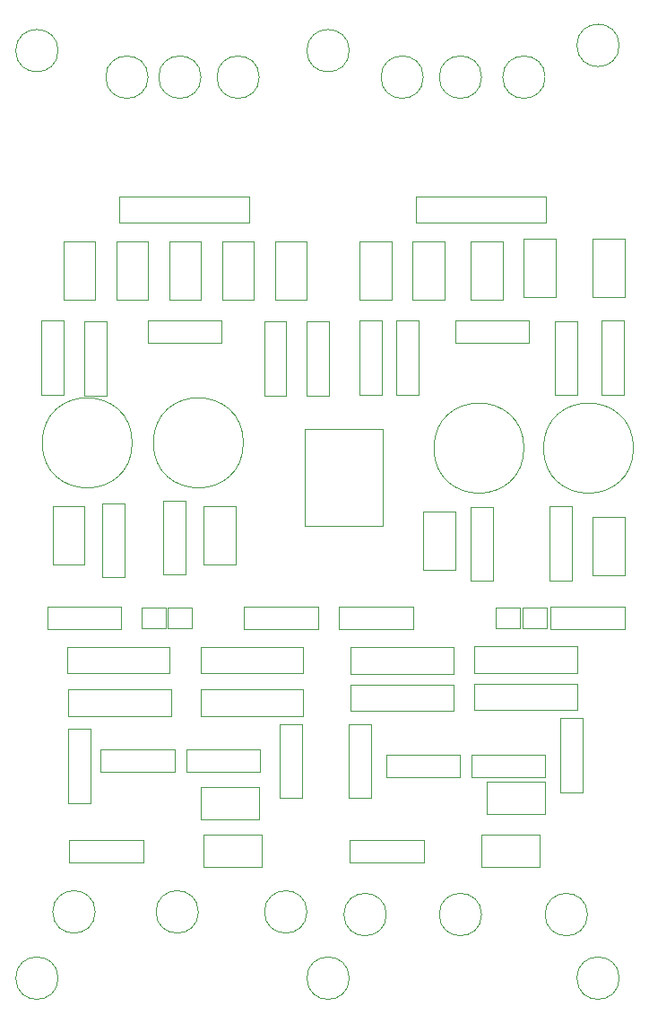
<source format=gbr>
%TF.GenerationSoftware,KiCad,Pcbnew,8.0.5-8.0.5-0~ubuntu24.04.1*%
%TF.CreationDate,2024-09-28T04:38:33+02:00*%
%TF.ProjectId,Highz-stereo,48696768-7a2d-4737-9465-72656f2e6b69,rev?*%
%TF.SameCoordinates,Original*%
%TF.FileFunction,Other,User*%
%FSLAX46Y46*%
G04 Gerber Fmt 4.6, Leading zero omitted, Abs format (unit mm)*
G04 Created by KiCad (PCBNEW 8.0.5-8.0.5-0~ubuntu24.04.1) date 2024-09-28 04:38:33*
%MOMM*%
%LPD*%
G01*
G04 APERTURE LIST*
%ADD10C,0.050000*%
G04 APERTURE END LIST*
D10*
%TO.C,J14*%
X54850000Y-90000000D02*
X54850000Y-92000000D01*
X54850000Y-92000000D02*
X57150000Y-92000000D01*
X57150000Y-90000000D02*
X54850000Y-90000000D01*
X57150000Y-92000000D02*
X57150000Y-90000000D01*
%TO.C,J13*%
X88350000Y-90000000D02*
X88350000Y-92000000D01*
X88350000Y-92000000D02*
X90650000Y-92000000D01*
X90650000Y-90000000D02*
X88350000Y-90000000D01*
X90650000Y-92000000D02*
X90650000Y-90000000D01*
%TO.C,C22*%
X84500000Y-111500000D02*
X84500000Y-114500000D01*
X84500000Y-114500000D02*
X90000000Y-114500000D01*
X90000000Y-111500000D02*
X84500000Y-111500000D01*
X90000000Y-114500000D02*
X90000000Y-111500000D01*
%TO.C,C21*%
X58250000Y-111500000D02*
X58250000Y-114500000D01*
X58250000Y-114500000D02*
X63750000Y-114500000D01*
X63750000Y-111500000D02*
X58250000Y-111500000D01*
X63750000Y-114500000D02*
X63750000Y-111500000D01*
%TO.C,R28*%
X72050000Y-111950000D02*
X72050000Y-114050000D01*
X72050000Y-114050000D02*
X79030000Y-114050000D01*
X79030000Y-111950000D02*
X72050000Y-111950000D01*
X79030000Y-114050000D02*
X79030000Y-111950000D01*
%TO.C,R27*%
X52530000Y-114050000D02*
X52530000Y-111950000D01*
X52530000Y-111950000D02*
X45550000Y-111950000D01*
X45550000Y-114050000D02*
X52530000Y-114050000D01*
X45550000Y-111950000D02*
X45550000Y-114050000D01*
%TO.C,R23*%
X66050000Y-63050000D02*
X63950000Y-63050000D01*
X63950000Y-63050000D02*
X63950000Y-70030000D01*
X66050000Y-70030000D02*
X66050000Y-63050000D01*
X63950000Y-70030000D02*
X66050000Y-70030000D01*
%TO.C,R1*%
X93550000Y-63010000D02*
X91450000Y-63010000D01*
X91450000Y-63010000D02*
X91450000Y-69990000D01*
X93550000Y-69990000D02*
X93550000Y-63010000D01*
X91450000Y-69990000D02*
X93550000Y-69990000D01*
%TO.C,D10*%
X50290000Y-51250000D02*
X50290000Y-53750000D01*
X50290000Y-53750000D02*
X62550000Y-53750000D01*
X62550000Y-51250000D02*
X50290000Y-51250000D01*
X62550000Y-53750000D02*
X62550000Y-51250000D01*
%TO.C,D1*%
X78290000Y-51250000D02*
X78290000Y-53750000D01*
X78290000Y-53750000D02*
X90550000Y-53750000D01*
X90550000Y-51250000D02*
X78290000Y-51250000D01*
X90550000Y-53750000D02*
X90550000Y-51250000D01*
%TO.C,C1*%
X60000000Y-55500000D02*
X60000000Y-61000000D01*
X60000000Y-61000000D02*
X63000000Y-61000000D01*
X63000000Y-55500000D02*
X60000000Y-55500000D01*
X63000000Y-61000000D02*
X63000000Y-55500000D01*
%TO.C,C2*%
X55000000Y-55500000D02*
X55000000Y-61000000D01*
X55000000Y-61000000D02*
X58000000Y-61000000D01*
X58000000Y-55500000D02*
X55000000Y-55500000D01*
X58000000Y-61000000D02*
X58000000Y-55500000D01*
%TO.C,C3*%
X50000000Y-55500000D02*
X50000000Y-61000000D01*
X50000000Y-61000000D02*
X53000000Y-61000000D01*
X53000000Y-55500000D02*
X50000000Y-55500000D01*
X53000000Y-61000000D02*
X53000000Y-55500000D01*
%TO.C,C4*%
X45000000Y-55500000D02*
X45000000Y-61000000D01*
X45000000Y-61000000D02*
X48000000Y-61000000D01*
X48000000Y-55500000D02*
X45000000Y-55500000D01*
X48000000Y-61000000D02*
X48000000Y-55500000D01*
%TO.C,C5*%
X65000000Y-55500000D02*
X65000000Y-61000000D01*
X65000000Y-61000000D02*
X68000000Y-61000000D01*
X68000000Y-55500000D02*
X65000000Y-55500000D01*
X68000000Y-61000000D02*
X68000000Y-55500000D01*
%TO.C,C8*%
X58000000Y-107000000D02*
X58000000Y-110000000D01*
X58000000Y-110000000D02*
X63500000Y-110000000D01*
X63500000Y-107000000D02*
X58000000Y-107000000D01*
X63500000Y-110000000D02*
X63500000Y-107000000D01*
%TO.C,D4*%
X45330000Y-93750000D02*
X45330000Y-96250000D01*
X45330000Y-96250000D02*
X55050000Y-96250000D01*
X55050000Y-93750000D02*
X45330000Y-93750000D01*
X55050000Y-96250000D02*
X55050000Y-93750000D01*
%TO.C,D5*%
X57950000Y-93750000D02*
X57950000Y-96250000D01*
X57950000Y-96250000D02*
X67670000Y-96250000D01*
X67670000Y-93750000D02*
X57950000Y-93750000D01*
X67670000Y-96250000D02*
X67670000Y-93750000D01*
%TO.C,J7*%
X44500000Y-125000000D02*
G75*
G02*
X40500000Y-125000000I-2000000J0D01*
G01*
X40500000Y-125000000D02*
G75*
G02*
X44500000Y-125000000I2000000J0D01*
G01*
%TO.C,J8*%
X72000000Y-37500000D02*
G75*
G02*
X68000000Y-37500000I-2000000J0D01*
G01*
X68000000Y-37500000D02*
G75*
G02*
X72000000Y-37500000I2000000J0D01*
G01*
%TO.C,J9*%
X44500000Y-37500000D02*
G75*
G02*
X40500000Y-37500000I-2000000J0D01*
G01*
X40500000Y-37500000D02*
G75*
G02*
X44500000Y-37500000I2000000J0D01*
G01*
%TO.C,J10*%
X72000000Y-125000000D02*
G75*
G02*
X68000000Y-125000000I-2000000J0D01*
G01*
X68000000Y-125000000D02*
G75*
G02*
X72000000Y-125000000I2000000J0D01*
G01*
%TO.C,R11*%
X48700000Y-80220000D02*
X48700000Y-87200000D01*
X48700000Y-87200000D02*
X50800000Y-87200000D01*
X50800000Y-80220000D02*
X48700000Y-80220000D01*
X50800000Y-87200000D02*
X50800000Y-80220000D01*
%TO.C,R5*%
X42950000Y-62970000D02*
X42950000Y-69950000D01*
X42950000Y-69950000D02*
X45050000Y-69950000D01*
X45050000Y-62970000D02*
X42950000Y-62970000D01*
X45050000Y-69950000D02*
X45050000Y-62970000D01*
%TO.C,R6*%
X52970000Y-62950000D02*
X52970000Y-65050000D01*
X52970000Y-65050000D02*
X59950000Y-65050000D01*
X59950000Y-62950000D02*
X52970000Y-62950000D01*
X59950000Y-65050000D02*
X59950000Y-62950000D01*
%TO.C,R7*%
X46950000Y-63050000D02*
X46950000Y-70030000D01*
X46950000Y-70030000D02*
X49050000Y-70030000D01*
X49050000Y-63050000D02*
X46950000Y-63050000D01*
X49050000Y-70030000D02*
X49050000Y-63050000D01*
%TO.C,R2*%
X48510000Y-103450000D02*
X48510000Y-105550000D01*
X48510000Y-105550000D02*
X55490000Y-105550000D01*
X55490000Y-103450000D02*
X48510000Y-103450000D01*
X55490000Y-105550000D02*
X55490000Y-103450000D01*
%TO.C,R4*%
X45450000Y-101510000D02*
X45450000Y-108490000D01*
X45450000Y-108490000D02*
X47550000Y-108490000D01*
X47550000Y-101510000D02*
X45450000Y-101510000D01*
X47550000Y-108490000D02*
X47550000Y-101510000D01*
%TO.C,R8*%
X67950000Y-63050000D02*
X67950000Y-70030000D01*
X67950000Y-70030000D02*
X70050000Y-70030000D01*
X70050000Y-63050000D02*
X67950000Y-63050000D01*
X70050000Y-70030000D02*
X70050000Y-63050000D01*
%TO.C,R9*%
X43470000Y-89950000D02*
X43470000Y-92050000D01*
X43470000Y-92050000D02*
X50450000Y-92050000D01*
X50450000Y-89950000D02*
X43470000Y-89950000D01*
X50450000Y-92050000D02*
X50450000Y-89950000D01*
%TO.C,R10*%
X56590000Y-103450000D02*
X56590000Y-105550000D01*
X56590000Y-105550000D02*
X63570000Y-105550000D01*
X63570000Y-103450000D02*
X56590000Y-103450000D01*
X63570000Y-105550000D02*
X63570000Y-103450000D01*
%TO.C,D2*%
X45450000Y-97750000D02*
X45450000Y-100250000D01*
X45450000Y-100250000D02*
X55170000Y-100250000D01*
X55170000Y-97750000D02*
X45450000Y-97750000D01*
X55170000Y-100250000D02*
X55170000Y-97750000D01*
%TO.C,D3*%
X57950000Y-97750000D02*
X57950000Y-100250000D01*
X57950000Y-100250000D02*
X67670000Y-100250000D01*
X67670000Y-97750000D02*
X57950000Y-97750000D01*
X67670000Y-100250000D02*
X67670000Y-97750000D01*
%TO.C,R3*%
X65450000Y-101010000D02*
X65450000Y-107990000D01*
X65450000Y-107990000D02*
X67550000Y-107990000D01*
X67550000Y-101010000D02*
X65450000Y-101010000D01*
X67550000Y-107990000D02*
X67550000Y-101010000D01*
%TO.C,R12*%
X62050000Y-89950000D02*
X62050000Y-92050000D01*
X62050000Y-92050000D02*
X69030000Y-92050000D01*
X69030000Y-89950000D02*
X62050000Y-89950000D01*
X69030000Y-92050000D02*
X69030000Y-89950000D01*
%TO.C,R13*%
X54450000Y-79970000D02*
X54450000Y-86950000D01*
X54450000Y-86950000D02*
X56550000Y-86950000D01*
X56550000Y-79970000D02*
X54450000Y-79970000D01*
X56550000Y-86950000D02*
X56550000Y-79970000D01*
%TO.C,C6*%
X44000000Y-80500000D02*
X44000000Y-86000000D01*
X44000000Y-86000000D02*
X47000000Y-86000000D01*
X47000000Y-80500000D02*
X44000000Y-80500000D01*
X47000000Y-86000000D02*
X47000000Y-80500000D01*
%TO.C,C9*%
X58250000Y-80500000D02*
X58250000Y-86000000D01*
X58250000Y-86000000D02*
X61250000Y-86000000D01*
X61250000Y-80500000D02*
X58250000Y-80500000D01*
X61250000Y-86000000D02*
X61250000Y-80500000D01*
%TO.C,C7*%
X51500000Y-74500000D02*
G75*
G02*
X43000000Y-74500000I-4250000J0D01*
G01*
X43000000Y-74500000D02*
G75*
G02*
X51500000Y-74500000I4250000J0D01*
G01*
%TO.C,C10*%
X62000000Y-74500000D02*
G75*
G02*
X53500000Y-74500000I-4250000J0D01*
G01*
X53500000Y-74500000D02*
G75*
G02*
X62000000Y-74500000I4250000J0D01*
G01*
%TO.C,J2*%
X68000000Y-118750000D02*
G75*
G02*
X64000000Y-118750000I-2000000J0D01*
G01*
X64000000Y-118750000D02*
G75*
G02*
X68000000Y-118750000I2000000J0D01*
G01*
%TO.C,J3*%
X52350000Y-90000000D02*
X52350000Y-92000000D01*
X52350000Y-92000000D02*
X54650000Y-92000000D01*
X54650000Y-90000000D02*
X52350000Y-90000000D01*
X54650000Y-92000000D02*
X54650000Y-90000000D01*
%TO.C,J4*%
X57750000Y-118750000D02*
G75*
G02*
X53750000Y-118750000I-2000000J0D01*
G01*
X53750000Y-118750000D02*
G75*
G02*
X57750000Y-118750000I2000000J0D01*
G01*
%TO.C,J5*%
X48000000Y-118750000D02*
G75*
G02*
X44000000Y-118750000I-2000000J0D01*
G01*
X44000000Y-118750000D02*
G75*
G02*
X48000000Y-118750000I2000000J0D01*
G01*
%TO.C,J6*%
X85850000Y-90000000D02*
X85850000Y-92000000D01*
X85850000Y-92000000D02*
X88150000Y-92000000D01*
X88150000Y-90000000D02*
X85850000Y-90000000D01*
X88150000Y-92000000D02*
X88150000Y-90000000D01*
%TO.C,R14*%
X91950000Y-100470000D02*
X91950000Y-107450000D01*
X91950000Y-107450000D02*
X94050000Y-107450000D01*
X94050000Y-100470000D02*
X91950000Y-100470000D01*
X94050000Y-107450000D02*
X94050000Y-100470000D01*
%TO.C,C19*%
X73000000Y-55500000D02*
X73000000Y-61000000D01*
X73000000Y-61000000D02*
X76000000Y-61000000D01*
X76000000Y-55500000D02*
X73000000Y-55500000D01*
X76000000Y-61000000D02*
X76000000Y-55500000D01*
%TO.C,J17*%
X75500000Y-119000000D02*
G75*
G02*
X71500000Y-119000000I-2000000J0D01*
G01*
X71500000Y-119000000D02*
G75*
G02*
X75500000Y-119000000I2000000J0D01*
G01*
%TO.C,R20*%
X91010000Y-89950000D02*
X91010000Y-92050000D01*
X91010000Y-92050000D02*
X97990000Y-92050000D01*
X97990000Y-89950000D02*
X91010000Y-89950000D01*
X97990000Y-92050000D02*
X97990000Y-89950000D01*
%TO.C,U2*%
X67775000Y-73190000D02*
X67775000Y-82350000D01*
X67775000Y-82350000D02*
X75175000Y-82350000D01*
X75175000Y-73190000D02*
X67775000Y-73190000D01*
X75175000Y-82350000D02*
X75175000Y-73190000D01*
%TO.C,D9*%
X83830000Y-93710000D02*
X83830000Y-96210000D01*
X83830000Y-96210000D02*
X93550000Y-96210000D01*
X93550000Y-93710000D02*
X83830000Y-93710000D01*
X93550000Y-96210000D02*
X93550000Y-93710000D01*
%TO.C,R25*%
X72950000Y-62970000D02*
X72950000Y-69950000D01*
X72950000Y-69950000D02*
X75050000Y-69950000D01*
X75050000Y-62970000D02*
X72950000Y-62970000D01*
X75050000Y-69950000D02*
X75050000Y-62970000D01*
%TO.C,J12*%
X97500000Y-37000000D02*
G75*
G02*
X93500000Y-37000000I-2000000J0D01*
G01*
X93500000Y-37000000D02*
G75*
G02*
X97500000Y-37000000I2000000J0D01*
G01*
%TO.C,D8*%
X72140000Y-93790000D02*
X72140000Y-96290000D01*
X72140000Y-96290000D02*
X81860000Y-96290000D01*
X81860000Y-93790000D02*
X72140000Y-93790000D01*
X81860000Y-96290000D02*
X81860000Y-93790000D01*
%TO.C,J19*%
X84500000Y-40000000D02*
G75*
G02*
X80500000Y-40000000I-2000000J0D01*
G01*
X80500000Y-40000000D02*
G75*
G02*
X84500000Y-40000000I2000000J0D01*
G01*
%TO.C,C18*%
X78000000Y-55500000D02*
X78000000Y-61000000D01*
X78000000Y-61000000D02*
X81000000Y-61000000D01*
X81000000Y-55500000D02*
X78000000Y-55500000D01*
X81000000Y-61000000D02*
X81000000Y-55500000D01*
%TO.C,J16*%
X84500000Y-119000000D02*
G75*
G02*
X80500000Y-119000000I-2000000J0D01*
G01*
X80500000Y-119000000D02*
G75*
G02*
X84500000Y-119000000I2000000J0D01*
G01*
%TO.C,R26*%
X82010000Y-62950000D02*
X82010000Y-65050000D01*
X82010000Y-65050000D02*
X88990000Y-65050000D01*
X88990000Y-62950000D02*
X82010000Y-62950000D01*
X88990000Y-65050000D02*
X88990000Y-62950000D01*
%TO.C,C12*%
X88500000Y-75000000D02*
G75*
G02*
X80000000Y-75000000I-4250000J0D01*
G01*
X80000000Y-75000000D02*
G75*
G02*
X88500000Y-75000000I4250000J0D01*
G01*
%TO.C,C20*%
X95000000Y-55250000D02*
X95000000Y-60750000D01*
X95000000Y-60750000D02*
X98000000Y-60750000D01*
X98000000Y-55250000D02*
X95000000Y-55250000D01*
X98000000Y-60750000D02*
X98000000Y-55250000D01*
%TO.C,J20*%
X90500000Y-40000000D02*
G75*
G02*
X86500000Y-40000000I-2000000J0D01*
G01*
X86500000Y-40000000D02*
G75*
G02*
X90500000Y-40000000I2000000J0D01*
G01*
%TO.C,J18*%
X79000000Y-40000000D02*
G75*
G02*
X75000000Y-40000000I-2000000J0D01*
G01*
X75000000Y-40000000D02*
G75*
G02*
X79000000Y-40000000I2000000J0D01*
G01*
%TO.C,C15*%
X98847300Y-75000000D02*
G75*
G02*
X90347300Y-75000000I-4250000J0D01*
G01*
X90347300Y-75000000D02*
G75*
G02*
X98847300Y-75000000I4250000J0D01*
G01*
%TO.C,R16*%
X83550000Y-103950000D02*
X83550000Y-106050000D01*
X83550000Y-106050000D02*
X90530000Y-106050000D01*
X90530000Y-103950000D02*
X83550000Y-103950000D01*
X90530000Y-106050000D02*
X90530000Y-103950000D01*
%TO.C,R15*%
X71950000Y-101010000D02*
X71950000Y-107990000D01*
X71950000Y-107990000D02*
X74050000Y-107990000D01*
X74050000Y-101010000D02*
X71950000Y-101010000D01*
X74050000Y-107990000D02*
X74050000Y-101010000D01*
%TO.C,R22*%
X76450000Y-62970000D02*
X76450000Y-69950000D01*
X76450000Y-69950000D02*
X78550000Y-69950000D01*
X78550000Y-62970000D02*
X76450000Y-62970000D01*
X78550000Y-69950000D02*
X78550000Y-62970000D01*
%TO.C,R24*%
X95852700Y-62970000D02*
X95852700Y-69950000D01*
X95852700Y-69950000D02*
X97952700Y-69950000D01*
X97952700Y-62970000D02*
X95852700Y-62970000D01*
X97952700Y-69950000D02*
X97952700Y-62970000D01*
%TO.C,R19*%
X83450000Y-80550000D02*
X83450000Y-87530000D01*
X83450000Y-87530000D02*
X85550000Y-87530000D01*
X85550000Y-80550000D02*
X83450000Y-80550000D01*
X85550000Y-87530000D02*
X85550000Y-80550000D01*
%TO.C,C11*%
X85000000Y-106500000D02*
X85000000Y-109500000D01*
X85000000Y-109500000D02*
X90500000Y-109500000D01*
X90500000Y-106500000D02*
X85000000Y-106500000D01*
X90500000Y-109500000D02*
X90500000Y-106500000D01*
%TO.C,R18*%
X71050000Y-89950000D02*
X71050000Y-92050000D01*
X71050000Y-92050000D02*
X78030000Y-92050000D01*
X78030000Y-89950000D02*
X71050000Y-89950000D01*
X78030000Y-92050000D02*
X78030000Y-89950000D01*
%TO.C,J1A1*%
X58000000Y-40000000D02*
G75*
G02*
X54000000Y-40000000I-2000000J0D01*
G01*
X54000000Y-40000000D02*
G75*
G02*
X58000000Y-40000000I2000000J0D01*
G01*
%TO.C,C16*%
X83500000Y-55500000D02*
X83500000Y-61000000D01*
X83500000Y-61000000D02*
X86500000Y-61000000D01*
X86500000Y-55500000D02*
X83500000Y-55500000D01*
X86500000Y-61000000D02*
X86500000Y-55500000D01*
%TO.C,J6A1*%
X63500000Y-40000000D02*
G75*
G02*
X59500000Y-40000000I-2000000J0D01*
G01*
X59500000Y-40000000D02*
G75*
G02*
X63500000Y-40000000I2000000J0D01*
G01*
%TO.C,C14*%
X79000000Y-81000000D02*
X79000000Y-86500000D01*
X79000000Y-86500000D02*
X82000000Y-86500000D01*
X82000000Y-81000000D02*
X79000000Y-81000000D01*
X82000000Y-86500000D02*
X82000000Y-81000000D01*
%TO.C,J3A1*%
X53000000Y-40000000D02*
G75*
G02*
X49000000Y-40000000I-2000000J0D01*
G01*
X49000000Y-40000000D02*
G75*
G02*
X53000000Y-40000000I2000000J0D01*
G01*
%TO.C,J11*%
X94500000Y-119000000D02*
G75*
G02*
X90500000Y-119000000I-2000000J0D01*
G01*
X90500000Y-119000000D02*
G75*
G02*
X94500000Y-119000000I2000000J0D01*
G01*
%TO.C,C17*%
X95000000Y-81500000D02*
X95000000Y-87000000D01*
X95000000Y-87000000D02*
X98000000Y-87000000D01*
X98000000Y-81500000D02*
X95000000Y-81500000D01*
X98000000Y-87000000D02*
X98000000Y-81500000D01*
%TO.C,D7*%
X83830000Y-97210000D02*
X83830000Y-99710000D01*
X83830000Y-99710000D02*
X93550000Y-99710000D01*
X93550000Y-97210000D02*
X83830000Y-97210000D01*
X93550000Y-99710000D02*
X93550000Y-97210000D01*
%TO.C,D6*%
X72140000Y-97290000D02*
X72140000Y-99790000D01*
X72140000Y-99790000D02*
X81860000Y-99790000D01*
X81860000Y-97290000D02*
X72140000Y-97290000D01*
X81860000Y-99790000D02*
X81860000Y-97290000D01*
%TO.C,R21*%
X90950000Y-80510000D02*
X90950000Y-87490000D01*
X90950000Y-87490000D02*
X93050000Y-87490000D01*
X93050000Y-80510000D02*
X90950000Y-80510000D01*
X93050000Y-87490000D02*
X93050000Y-80510000D01*
%TO.C,J1*%
X97500000Y-125000000D02*
G75*
G02*
X93500000Y-125000000I-2000000J0D01*
G01*
X93500000Y-125000000D02*
G75*
G02*
X97500000Y-125000000I2000000J0D01*
G01*
%TO.C,C13*%
X88500000Y-55250000D02*
X88500000Y-60750000D01*
X88500000Y-60750000D02*
X91500000Y-60750000D01*
X91500000Y-55250000D02*
X88500000Y-55250000D01*
X91500000Y-60750000D02*
X91500000Y-55250000D01*
%TO.C,R17*%
X75470000Y-103950000D02*
X75470000Y-106050000D01*
X75470000Y-106050000D02*
X82450000Y-106050000D01*
X82450000Y-103950000D02*
X75470000Y-103950000D01*
X82450000Y-106050000D02*
X82450000Y-103950000D01*
%TD*%
M02*

</source>
